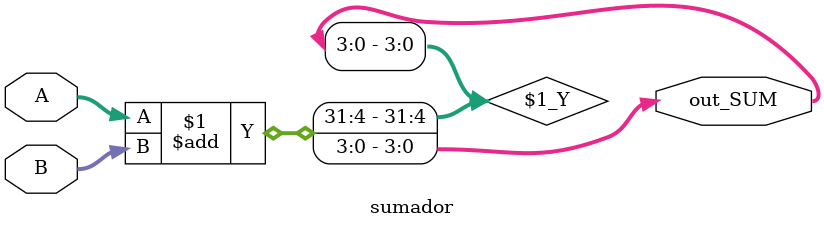
<source format=v>
module sumador #(
    parameter N_BITS = 4,
    parameter CP2 = 0
) (
    A,
    B,
    out_SUM
);
  input [N_BITS-1:0] A;
  input [N_BITS-1:0] B;
  output [N_BITS-1:0] out_SUM;
  assign out_SUM = CP2 ? A + (~B+1) : A + B;
endmodule

</source>
